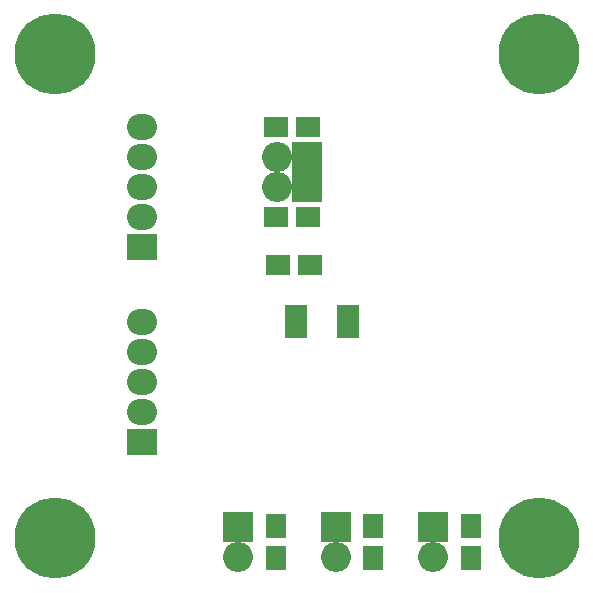
<source format=gts>
G04 #@! TF.FileFunction,Soldermask,Top*
%FSLAX46Y46*%
G04 Gerber Fmt 4.6, Leading zero omitted, Abs format (unit mm)*
G04 Created by KiCad (PCBNEW (after 2015-mar-04 BZR unknown)-product) date 10/13/2015 3:24:47 PM*
%MOMM*%
G01*
G04 APERTURE LIST*
%ADD10C,0.150000*%
%ADD11R,2.540000X2.540000*%
%ADD12O,2.540000X2.540000*%
%ADD13R,1.808000X2.008000*%
%ADD14R,2.008000X1.808000*%
%ADD15C,6.858000*%
%ADD16R,2.540000X2.235200*%
%ADD17O,2.540000X2.235200*%
%ADD18R,1.958000X0.958000*%
G04 APERTURE END LIST*
D10*
D11*
X36068000Y-44069000D03*
D12*
X36068000Y-46609000D03*
D13*
X22733000Y-46689000D03*
X22733000Y-43989000D03*
X30988000Y-46689000D03*
X30988000Y-43989000D03*
X39243000Y-46689000D03*
X39243000Y-43989000D03*
D14*
X22780000Y-17780000D03*
X25480000Y-17780000D03*
X22780000Y-10160000D03*
X25480000Y-10160000D03*
D15*
X4000000Y-45000000D03*
X4000000Y-4000000D03*
X45000000Y-45000000D03*
X45000000Y-4000000D03*
D11*
X19558000Y-44069000D03*
D12*
X19558000Y-46609000D03*
D11*
X27813000Y-44069000D03*
D12*
X27813000Y-46609000D03*
D11*
X25400000Y-12700000D03*
D12*
X22860000Y-12700000D03*
D11*
X25400000Y-15240000D03*
D12*
X22860000Y-15240000D03*
D16*
X11430000Y-20320000D03*
D17*
X11430000Y-17780000D03*
X11430000Y-15240000D03*
X11430000Y-12700000D03*
X11430000Y-10160000D03*
D16*
X11430000Y-36830000D03*
D17*
X11430000Y-34290000D03*
X11430000Y-31750000D03*
X11430000Y-29210000D03*
X11430000Y-26670000D03*
D18*
X24470000Y-25695000D03*
X24470000Y-26345000D03*
X24470000Y-26995000D03*
X24470000Y-27645000D03*
X28870000Y-27645000D03*
X28870000Y-26995000D03*
X28870000Y-26345000D03*
X28870000Y-25695000D03*
D14*
X25607000Y-21844000D03*
X22907000Y-21844000D03*
M02*

</source>
